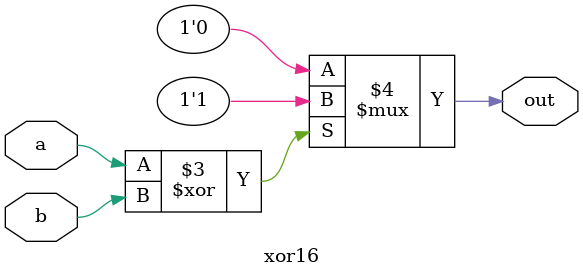
<source format=v>
module xor16 (
    input wire a,
    input wire b,
    output reg out
);

    always @(*) begin
        out = (a ^ b == 1'b1) ? 1'b1 : 1'b0;
    end
    
endmodule

</source>
